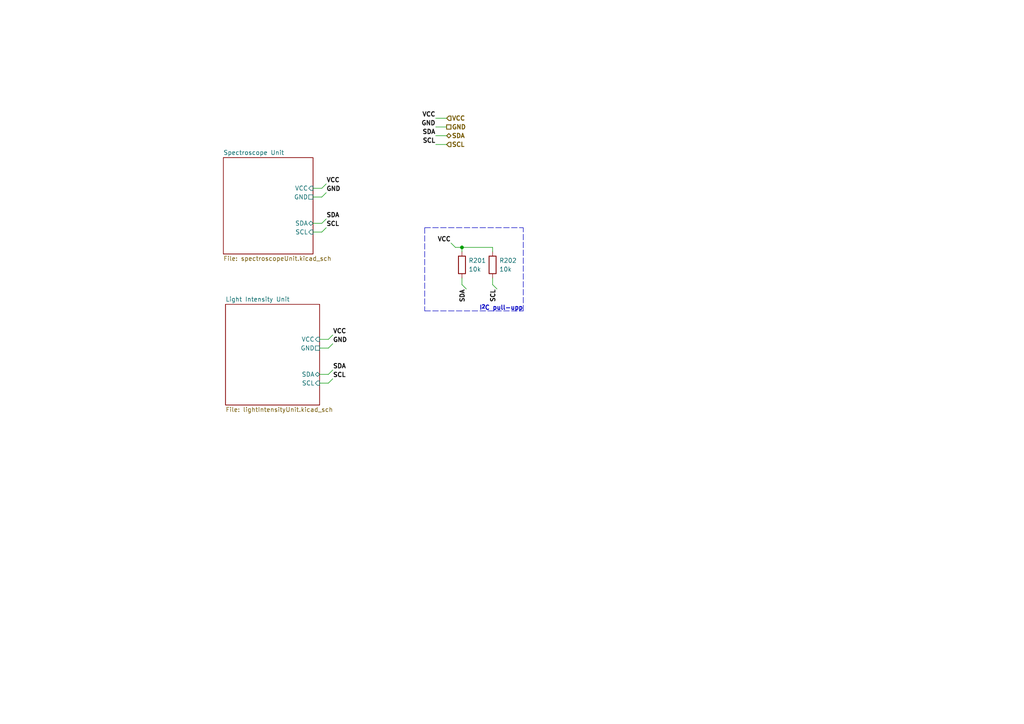
<source format=kicad_sch>
(kicad_sch (version 20211123) (generator eeschema)
  (paper "A4")
  (title_block (title "CanSat 2023") (rev "2022") (company "The Project SkyFall") (comment 1 "David Haisman"))
  (lib_symbols
    (symbol "Device:R" (pin_numbers hide) (pin_names (offset 0))
      (property "Reference" "R" (at 2.032 0 90))
      (property "Value" "R" (at 0 0 90))
      (symbol "R_0_1"
        (rectangle (start -1.016 -2.54) (end 1.016 2.54) (stroke (width 0.254)))
      )
      (symbol "R_1_1"
        (pin passive line (at 0 3.81 270) (length 1.27) (name "~") (number "1"))
        (pin passive line (at 0 -3.81 90) (length 1.27) (name "~") (number "2"))
      )
    )
  )
  (junction (at 133.985 71.755))
  (wire (pts (xy 133.985 73.025) (xy 133.985 71.755)))
  (wire (pts (xy 95.25 100.965) (xy 96.52 99.695)))
  (wire (pts (xy 95.25 108.585) (xy 96.52 107.315)))
  (wire (pts (xy 90.805 67.31) (xy 93.345 67.31)))
  (wire (pts (xy 126.365 41.91) (xy 129.54 41.91)))
  (polyline (pts (xy 123.19 66.04) (xy 123.19 90.17)))
  (polyline (pts (xy 151.765 90.17) (xy 151.765 66.04)))
  (wire (pts (xy 93.345 64.77) (xy 94.615 63.5)))
  (wire (pts (xy 93.345 57.15) (xy 94.615 55.88)))
  (wire (pts (xy 142.875 82.55) (xy 144.145 83.82)))
  (wire (pts (xy 133.985 80.645) (xy 133.985 82.55)))
  (wire (pts (xy 92.71 111.125) (xy 95.25 111.125)))
  (wire (pts (xy 133.985 71.755) (xy 132.08 71.755)))
  (wire (pts (xy 90.805 57.15) (xy 93.345 57.15)))
  (wire (pts (xy 126.365 34.29) (xy 129.54 34.29)))
  (wire (pts (xy 126.365 36.83) (xy 129.54 36.83)))
  (wire (pts (xy 130.81 70.485) (xy 132.08 71.755)))
  (wire (pts (xy 92.71 108.585) (xy 95.25 108.585)))
  (wire (pts (xy 95.25 111.125) (xy 96.52 109.855)))
  (wire (pts (xy 126.365 39.37) (xy 129.54 39.37)))
  (wire (pts (xy 142.875 80.645) (xy 142.875 82.55)))
  (wire (pts (xy 93.345 54.61) (xy 94.615 53.34)))
  (wire (pts (xy 93.345 67.31) (xy 94.615 66.04)))
  (wire (pts (xy 142.875 71.755) (xy 133.985 71.755)))
  (wire (pts (xy 95.25 98.425) (xy 96.52 97.155)))
  (polyline (pts (xy 123.19 90.17) (xy 151.765 90.17)))
  (wire (pts (xy 90.805 54.61) (xy 93.345 54.61)))
  (wire (pts (xy 90.805 64.77) (xy 93.345 64.77)))
  (wire (pts (xy 92.71 100.965) (xy 95.25 100.965)))
  (polyline (pts (xy 123.19 66.04) (xy 151.765 66.04)))
  (wire (pts (xy 133.985 82.55) (xy 135.255 83.82)))
  (wire (pts (xy 142.875 73.025) (xy 142.875 71.755)))
  (wire (pts (xy 92.71 98.425) (xy 95.25 98.425)))
  (text "I^{2}C pull-upp" (at 151.765 90.17 180) (effects (font (size 1.27 1.27) (thickness 0.254) bold) (justify right bottom)))
  (label "SCL" (at 126.365 41.91 180) (effects (font (thickness 0.254) bold)))
  (label "VCC" (at 94.615 53.34 0) (effects (font bold)))
  (label "VCC" (at 130.81 70.485 180) (effects (font (thickness 0.254) bold)))
  (label "GND" (at 96.52 99.695 0) (effects (font bold)))
  (label "VCC" (at 126.365 34.29 180) (effects (font bold)))
  (label "SDA" (at 135.255 83.82 270) (effects (font bold)))
  (label "SCL" (at 94.615 66.04 0) (effects (font (thickness 0.254) bold)))
  (label "SCL" (at 96.52 109.855 0) (effects (font (thickness 0.254) bold)))
  (label "SDA" (at 126.365 39.37 180) (effects (font (thickness 0.254) bold)))
  (label "SCL" (at 144.145 83.82 270) (effects (font bold)))
  (label "SDA" (at 96.52 107.315 0) (effects (font (thickness 0.254) bold)))
  (label "SDA" (at 94.615 63.5 0) (effects (font (thickness 0.254) bold)))
  (label "GND" (at 94.615 55.88 0) (effects (font bold)))
  (label "GND" (at 126.365 36.83 180) (effects (font bold)))
  (label "VCC" (at 96.52 97.155 0) (effects (font bold)))
  (hierarchical_label "SCL" (shape input) (at 129.54 41.91 0) (effects (font (thickness 0.254) bold)))
  (hierarchical_label "GND" (shape passive) (at 129.54 36.83 0) (effects (font (thickness 0.254) bold)))
  (hierarchical_label "VCC" (shape input) (at 129.54 34.29 0) (effects (font (thickness 0.254) bold)))
  (hierarchical_label "SDA" (shape bidirectional) (at 129.54 39.37 0) (effects (font (thickness 0.254) bold)))
  (symbol (lib_id "Device:R") (at 142.875 76.835 0) (unit 1)
    (property "Reference" "R202" (at 144.78 75.5649 0) (effects (justify left)))
    (property "Value" "10k" (at 144.78 78.1049 0) (effects (justify left)))
    (property "Footprint" "1Knihovna:R_0805_2012Metric" (effects hide))
  )
  (symbol (lib_id "Device:R") (at 133.985 76.835 0) (unit 1)
    (property "Reference" "R201" (at 135.89 75.5649 0) (effects (justify left)))
    (property "Value" "10k" (at 135.89 78.1049 0) (effects (justify left)))
    (property "Footprint" "1Knihovna:R_0805_2012Metric" (effects hide))
  )
  (sheet (at 64.77 45.72) (size 26.035 27.94) (stroke (width 0.1524))
    (property "Sheet name" "Spectroscope Unit" (at 64.77 45.0084 0) (effects (justify left bottom)))
    (property "Sheet file" "spectroscopeUnit.kicad_sch" (at 64.77 74.2446 0) (effects (justify left top)))
    (pin "SCL" input (at 90.805 67.31 0))
    (pin "VCC" input (at 90.805 54.61 0))
    (pin "GND" passive (at 90.805 57.15 0))
    (pin "SDA" bidirectional (at 90.805 64.77 0))
  )
  (sheet (at 65.405 88.265) (size 27.305 29.21) (stroke (width 0.1524))
    (property "Sheet name" "Light Intensity Unit" (at 65.405 87.5534 0) (effects (justify left bottom)))
    (property "Sheet file" "lightIntensityUnit.kicad_sch" (at 65.405 118.0596 0) (effects (justify left top)))
    (pin "SCL" input (at 92.71 111.125 0))
    (pin "VCC" input (at 92.71 98.425 0))
    (pin "GND" passive (at 92.71 100.965 0))
    (pin "SDA" bidirectional (at 92.71 108.585 0))
  )
)
</source>
